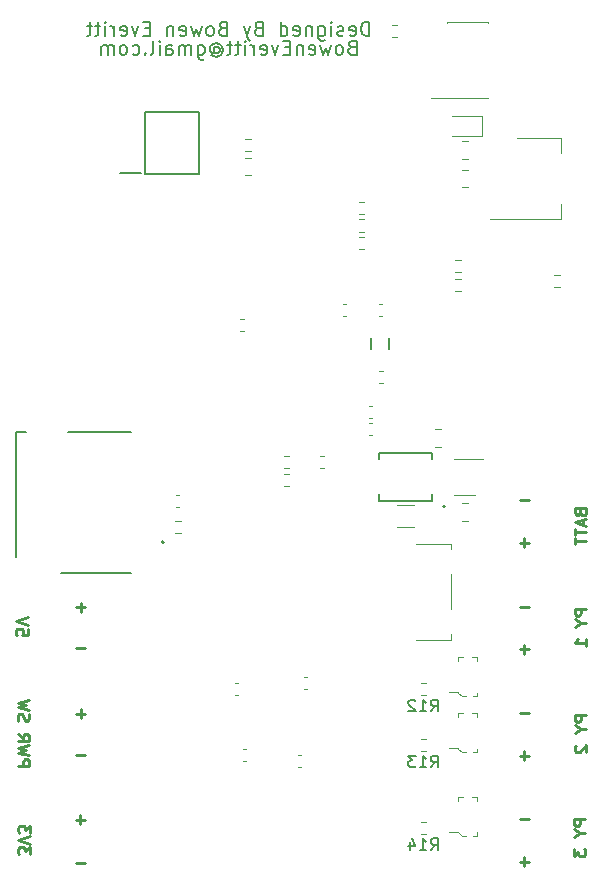
<source format=gbr>
G04 #@! TF.GenerationSoftware,KiCad,Pcbnew,(5.1.9)-1*
G04 #@! TF.CreationDate,2021-01-07T21:38:48-08:00*
G04 #@! TF.ProjectId,Hermes,4865726d-6573-42e6-9b69-6361645f7063,rev?*
G04 #@! TF.SameCoordinates,Original*
G04 #@! TF.FileFunction,Legend,Bot*
G04 #@! TF.FilePolarity,Positive*
%FSLAX46Y46*%
G04 Gerber Fmt 4.6, Leading zero omitted, Abs format (unit mm)*
G04 Created by KiCad (PCBNEW (5.1.9)-1) date 2021-01-07 21:38:48*
%MOMM*%
%LPD*%
G01*
G04 APERTURE LIST*
%ADD10C,0.250000*%
%ADD11C,0.150000*%
%ADD12C,0.120000*%
%ADD13C,0.200000*%
%ADD14C,0.127000*%
%ADD15C,0.100000*%
G04 APERTURE END LIST*
D10*
X68977380Y-88252380D02*
X67977380Y-88252380D01*
X67977380Y-88633333D01*
X68025000Y-88728571D01*
X68072619Y-88776190D01*
X68167857Y-88823809D01*
X68310714Y-88823809D01*
X68405952Y-88776190D01*
X68453571Y-88728571D01*
X68501190Y-88633333D01*
X68501190Y-88252380D01*
X68501190Y-89442857D02*
X68977380Y-89442857D01*
X67977380Y-89109523D02*
X68501190Y-89442857D01*
X67977380Y-89776190D01*
X67977380Y-90776190D02*
X67977380Y-91395238D01*
X68358333Y-91061904D01*
X68358333Y-91204761D01*
X68405952Y-91300000D01*
X68453571Y-91347619D01*
X68548809Y-91395238D01*
X68786904Y-91395238D01*
X68882142Y-91347619D01*
X68929761Y-91300000D01*
X68977380Y-91204761D01*
X68977380Y-90919047D01*
X68929761Y-90823809D01*
X68882142Y-90776190D01*
X69052380Y-79452380D02*
X68052380Y-79452380D01*
X68052380Y-79833333D01*
X68100000Y-79928571D01*
X68147619Y-79976190D01*
X68242857Y-80023809D01*
X68385714Y-80023809D01*
X68480952Y-79976190D01*
X68528571Y-79928571D01*
X68576190Y-79833333D01*
X68576190Y-79452380D01*
X68576190Y-80642857D02*
X69052380Y-80642857D01*
X68052380Y-80309523D02*
X68576190Y-80642857D01*
X68052380Y-80976190D01*
X68147619Y-82023809D02*
X68100000Y-82071428D01*
X68052380Y-82166666D01*
X68052380Y-82404761D01*
X68100000Y-82500000D01*
X68147619Y-82547619D01*
X68242857Y-82595238D01*
X68338095Y-82595238D01*
X68480952Y-82547619D01*
X69052380Y-81976190D01*
X69052380Y-82595238D01*
X69052380Y-70452380D02*
X68052380Y-70452380D01*
X68052380Y-70833333D01*
X68100000Y-70928571D01*
X68147619Y-70976190D01*
X68242857Y-71023809D01*
X68385714Y-71023809D01*
X68480952Y-70976190D01*
X68528571Y-70928571D01*
X68576190Y-70833333D01*
X68576190Y-70452380D01*
X68576190Y-71642857D02*
X69052380Y-71642857D01*
X68052380Y-71309523D02*
X68576190Y-71642857D01*
X68052380Y-71976190D01*
X69052380Y-73595238D02*
X69052380Y-73023809D01*
X69052380Y-73309523D02*
X68052380Y-73309523D01*
X68195238Y-73214285D01*
X68290476Y-73119047D01*
X68338095Y-73023809D01*
X64180952Y-88271428D02*
X63419047Y-88271428D01*
X64180952Y-91871428D02*
X63419047Y-91871428D01*
X63800000Y-92252380D02*
X63800000Y-91490476D01*
X64180952Y-79271428D02*
X63419047Y-79271428D01*
X64180952Y-82871428D02*
X63419047Y-82871428D01*
X63800000Y-83252380D02*
X63800000Y-82490476D01*
X64180952Y-70271428D02*
X63419047Y-70271428D01*
X64180952Y-73871428D02*
X63419047Y-73871428D01*
X63800000Y-74252380D02*
X63800000Y-73490476D01*
X64180952Y-61271428D02*
X63419047Y-61271428D01*
X68528571Y-62280952D02*
X68576190Y-62423809D01*
X68623809Y-62471428D01*
X68719047Y-62519047D01*
X68861904Y-62519047D01*
X68957142Y-62471428D01*
X69004761Y-62423809D01*
X69052380Y-62328571D01*
X69052380Y-61947619D01*
X68052380Y-61947619D01*
X68052380Y-62280952D01*
X68100000Y-62376190D01*
X68147619Y-62423809D01*
X68242857Y-62471428D01*
X68338095Y-62471428D01*
X68433333Y-62423809D01*
X68480952Y-62376190D01*
X68528571Y-62280952D01*
X68528571Y-61947619D01*
X68766666Y-62900000D02*
X68766666Y-63376190D01*
X69052380Y-62804761D02*
X68052380Y-63138095D01*
X69052380Y-63471428D01*
X68052380Y-63661904D02*
X68052380Y-64233333D01*
X69052380Y-63947619D02*
X68052380Y-63947619D01*
X68052380Y-64423809D02*
X68052380Y-64995238D01*
X69052380Y-64709523D02*
X68052380Y-64709523D01*
X64180952Y-64871428D02*
X63419047Y-64871428D01*
X63800000Y-65252380D02*
X63800000Y-64490476D01*
X21747619Y-72171428D02*
X21747619Y-72647619D01*
X21271428Y-72695238D01*
X21319047Y-72647619D01*
X21366666Y-72552380D01*
X21366666Y-72314285D01*
X21319047Y-72219047D01*
X21271428Y-72171428D01*
X21176190Y-72123809D01*
X20938095Y-72123809D01*
X20842857Y-72171428D01*
X20795238Y-72219047D01*
X20747619Y-72314285D01*
X20747619Y-72552380D01*
X20795238Y-72647619D01*
X20842857Y-72695238D01*
X21747619Y-71838095D02*
X20747619Y-71504761D01*
X21747619Y-71171428D01*
X20897619Y-83761904D02*
X21897619Y-83761904D01*
X21897619Y-83380952D01*
X21850000Y-83285714D01*
X21802380Y-83238095D01*
X21707142Y-83190476D01*
X21564285Y-83190476D01*
X21469047Y-83238095D01*
X21421428Y-83285714D01*
X21373809Y-83380952D01*
X21373809Y-83761904D01*
X21897619Y-82857142D02*
X20897619Y-82619047D01*
X21611904Y-82428571D01*
X20897619Y-82238095D01*
X21897619Y-82000000D01*
X20897619Y-81047619D02*
X21373809Y-81380952D01*
X20897619Y-81619047D02*
X21897619Y-81619047D01*
X21897619Y-81238095D01*
X21850000Y-81142857D01*
X21802380Y-81095238D01*
X21707142Y-81047619D01*
X21564285Y-81047619D01*
X21469047Y-81095238D01*
X21421428Y-81142857D01*
X21373809Y-81238095D01*
X21373809Y-81619047D01*
X20945238Y-79904761D02*
X20897619Y-79761904D01*
X20897619Y-79523809D01*
X20945238Y-79428571D01*
X20992857Y-79380952D01*
X21088095Y-79333333D01*
X21183333Y-79333333D01*
X21278571Y-79380952D01*
X21326190Y-79428571D01*
X21373809Y-79523809D01*
X21421428Y-79714285D01*
X21469047Y-79809523D01*
X21516666Y-79857142D01*
X21611904Y-79904761D01*
X21707142Y-79904761D01*
X21802380Y-79857142D01*
X21850000Y-79809523D01*
X21897619Y-79714285D01*
X21897619Y-79476190D01*
X21850000Y-79333333D01*
X21897619Y-79000000D02*
X20897619Y-78761904D01*
X21611904Y-78571428D01*
X20897619Y-78380952D01*
X21897619Y-78142857D01*
X26580952Y-88321428D02*
X25819047Y-88321428D01*
X26200000Y-88702380D02*
X26200000Y-87940476D01*
X25819047Y-91952380D02*
X26580952Y-91952380D01*
X21947619Y-91238095D02*
X21947619Y-90619047D01*
X21566666Y-90952380D01*
X21566666Y-90809523D01*
X21519047Y-90714285D01*
X21471428Y-90666666D01*
X21376190Y-90619047D01*
X21138095Y-90619047D01*
X21042857Y-90666666D01*
X20995238Y-90714285D01*
X20947619Y-90809523D01*
X20947619Y-91095238D01*
X20995238Y-91190476D01*
X21042857Y-91238095D01*
X21947619Y-90333333D02*
X20947619Y-90000000D01*
X21947619Y-89666666D01*
X21947619Y-89428571D02*
X21947619Y-88809523D01*
X21566666Y-89142857D01*
X21566666Y-89000000D01*
X21519047Y-88904761D01*
X21471428Y-88857142D01*
X21376190Y-88809523D01*
X21138095Y-88809523D01*
X21042857Y-88857142D01*
X20995238Y-88904761D01*
X20947619Y-89000000D01*
X20947619Y-89285714D01*
X20995238Y-89380952D01*
X21042857Y-89428571D01*
X25869047Y-82852380D02*
X26630952Y-82852380D01*
X26630952Y-79321428D02*
X25869047Y-79321428D01*
X26250000Y-79702380D02*
X26250000Y-78940476D01*
X26630952Y-73797619D02*
X25869047Y-73797619D01*
X26630952Y-70321428D02*
X25869047Y-70321428D01*
X26250000Y-70702380D02*
X26250000Y-69940476D01*
D11*
X49200000Y-22914285D02*
X49028571Y-22971428D01*
X48971428Y-23028571D01*
X48914285Y-23142857D01*
X48914285Y-23314285D01*
X48971428Y-23428571D01*
X49028571Y-23485714D01*
X49142857Y-23542857D01*
X49600000Y-23542857D01*
X49600000Y-22342857D01*
X49200000Y-22342857D01*
X49085714Y-22400000D01*
X49028571Y-22457142D01*
X48971428Y-22571428D01*
X48971428Y-22685714D01*
X49028571Y-22800000D01*
X49085714Y-22857142D01*
X49200000Y-22914285D01*
X49600000Y-22914285D01*
X48228571Y-23542857D02*
X48342857Y-23485714D01*
X48400000Y-23428571D01*
X48457142Y-23314285D01*
X48457142Y-22971428D01*
X48400000Y-22857142D01*
X48342857Y-22800000D01*
X48228571Y-22742857D01*
X48057142Y-22742857D01*
X47942857Y-22800000D01*
X47885714Y-22857142D01*
X47828571Y-22971428D01*
X47828571Y-23314285D01*
X47885714Y-23428571D01*
X47942857Y-23485714D01*
X48057142Y-23542857D01*
X48228571Y-23542857D01*
X47428571Y-22742857D02*
X47200000Y-23542857D01*
X46971428Y-22971428D01*
X46742857Y-23542857D01*
X46514285Y-22742857D01*
X45600000Y-23485714D02*
X45714285Y-23542857D01*
X45942857Y-23542857D01*
X46057142Y-23485714D01*
X46114285Y-23371428D01*
X46114285Y-22914285D01*
X46057142Y-22800000D01*
X45942857Y-22742857D01*
X45714285Y-22742857D01*
X45600000Y-22800000D01*
X45542857Y-22914285D01*
X45542857Y-23028571D01*
X46114285Y-23142857D01*
X45028571Y-22742857D02*
X45028571Y-23542857D01*
X45028571Y-22857142D02*
X44971428Y-22800000D01*
X44857142Y-22742857D01*
X44685714Y-22742857D01*
X44571428Y-22800000D01*
X44514285Y-22914285D01*
X44514285Y-23542857D01*
X43942857Y-22914285D02*
X43542857Y-22914285D01*
X43371428Y-23542857D02*
X43942857Y-23542857D01*
X43942857Y-22342857D01*
X43371428Y-22342857D01*
X42971428Y-22742857D02*
X42685714Y-23542857D01*
X42400000Y-22742857D01*
X41485714Y-23485714D02*
X41600000Y-23542857D01*
X41828571Y-23542857D01*
X41942857Y-23485714D01*
X42000000Y-23371428D01*
X42000000Y-22914285D01*
X41942857Y-22800000D01*
X41828571Y-22742857D01*
X41600000Y-22742857D01*
X41485714Y-22800000D01*
X41428571Y-22914285D01*
X41428571Y-23028571D01*
X42000000Y-23142857D01*
X40914285Y-23542857D02*
X40914285Y-22742857D01*
X40914285Y-22971428D02*
X40857142Y-22857142D01*
X40800000Y-22800000D01*
X40685714Y-22742857D01*
X40571428Y-22742857D01*
X40171428Y-23542857D02*
X40171428Y-22742857D01*
X40171428Y-22342857D02*
X40228571Y-22400000D01*
X40171428Y-22457142D01*
X40114285Y-22400000D01*
X40171428Y-22342857D01*
X40171428Y-22457142D01*
X39771428Y-22742857D02*
X39314285Y-22742857D01*
X39600000Y-22342857D02*
X39600000Y-23371428D01*
X39542857Y-23485714D01*
X39428571Y-23542857D01*
X39314285Y-23542857D01*
X39085714Y-22742857D02*
X38628571Y-22742857D01*
X38914285Y-22342857D02*
X38914285Y-23371428D01*
X38857142Y-23485714D01*
X38742857Y-23542857D01*
X38628571Y-23542857D01*
X37485714Y-22971428D02*
X37542857Y-22914285D01*
X37657142Y-22857142D01*
X37771428Y-22857142D01*
X37885714Y-22914285D01*
X37942857Y-22971428D01*
X38000000Y-23085714D01*
X38000000Y-23200000D01*
X37942857Y-23314285D01*
X37885714Y-23371428D01*
X37771428Y-23428571D01*
X37657142Y-23428571D01*
X37542857Y-23371428D01*
X37485714Y-23314285D01*
X37485714Y-22857142D02*
X37485714Y-23314285D01*
X37428571Y-23371428D01*
X37371428Y-23371428D01*
X37257142Y-23314285D01*
X37200000Y-23200000D01*
X37200000Y-22914285D01*
X37314285Y-22742857D01*
X37485714Y-22628571D01*
X37714285Y-22571428D01*
X37942857Y-22628571D01*
X38114285Y-22742857D01*
X38228571Y-22914285D01*
X38285714Y-23142857D01*
X38228571Y-23371428D01*
X38114285Y-23542857D01*
X37942857Y-23657142D01*
X37714285Y-23714285D01*
X37485714Y-23657142D01*
X37314285Y-23542857D01*
X36171428Y-22742857D02*
X36171428Y-23714285D01*
X36228571Y-23828571D01*
X36285714Y-23885714D01*
X36400000Y-23942857D01*
X36571428Y-23942857D01*
X36685714Y-23885714D01*
X36171428Y-23485714D02*
X36285714Y-23542857D01*
X36514285Y-23542857D01*
X36628571Y-23485714D01*
X36685714Y-23428571D01*
X36742857Y-23314285D01*
X36742857Y-22971428D01*
X36685714Y-22857142D01*
X36628571Y-22800000D01*
X36514285Y-22742857D01*
X36285714Y-22742857D01*
X36171428Y-22800000D01*
X35600000Y-23542857D02*
X35600000Y-22742857D01*
X35600000Y-22857142D02*
X35542857Y-22800000D01*
X35428571Y-22742857D01*
X35257142Y-22742857D01*
X35142857Y-22800000D01*
X35085714Y-22914285D01*
X35085714Y-23542857D01*
X35085714Y-22914285D02*
X35028571Y-22800000D01*
X34914285Y-22742857D01*
X34742857Y-22742857D01*
X34628571Y-22800000D01*
X34571428Y-22914285D01*
X34571428Y-23542857D01*
X33485714Y-23542857D02*
X33485714Y-22914285D01*
X33542857Y-22800000D01*
X33657142Y-22742857D01*
X33885714Y-22742857D01*
X34000000Y-22800000D01*
X33485714Y-23485714D02*
X33600000Y-23542857D01*
X33885714Y-23542857D01*
X34000000Y-23485714D01*
X34057142Y-23371428D01*
X34057142Y-23257142D01*
X34000000Y-23142857D01*
X33885714Y-23085714D01*
X33600000Y-23085714D01*
X33485714Y-23028571D01*
X32914285Y-23542857D02*
X32914285Y-22742857D01*
X32914285Y-22342857D02*
X32971428Y-22400000D01*
X32914285Y-22457142D01*
X32857142Y-22400000D01*
X32914285Y-22342857D01*
X32914285Y-22457142D01*
X32171428Y-23542857D02*
X32285714Y-23485714D01*
X32342857Y-23371428D01*
X32342857Y-22342857D01*
X31714285Y-23428571D02*
X31657142Y-23485714D01*
X31714285Y-23542857D01*
X31771428Y-23485714D01*
X31714285Y-23428571D01*
X31714285Y-23542857D01*
X30628571Y-23485714D02*
X30742857Y-23542857D01*
X30971428Y-23542857D01*
X31085714Y-23485714D01*
X31142857Y-23428571D01*
X31200000Y-23314285D01*
X31200000Y-22971428D01*
X31142857Y-22857142D01*
X31085714Y-22800000D01*
X30971428Y-22742857D01*
X30742857Y-22742857D01*
X30628571Y-22800000D01*
X29942857Y-23542857D02*
X30057142Y-23485714D01*
X30114285Y-23428571D01*
X30171428Y-23314285D01*
X30171428Y-22971428D01*
X30114285Y-22857142D01*
X30057142Y-22800000D01*
X29942857Y-22742857D01*
X29771428Y-22742857D01*
X29657142Y-22800000D01*
X29600000Y-22857142D01*
X29542857Y-22971428D01*
X29542857Y-23314285D01*
X29600000Y-23428571D01*
X29657142Y-23485714D01*
X29771428Y-23542857D01*
X29942857Y-23542857D01*
X29028571Y-23542857D02*
X29028571Y-22742857D01*
X29028571Y-22857142D02*
X28971428Y-22800000D01*
X28857142Y-22742857D01*
X28685714Y-22742857D01*
X28571428Y-22800000D01*
X28514285Y-22914285D01*
X28514285Y-23542857D01*
X28514285Y-22914285D02*
X28457142Y-22800000D01*
X28342857Y-22742857D01*
X28171428Y-22742857D01*
X28057142Y-22800000D01*
X28000000Y-22914285D01*
X28000000Y-23542857D01*
X50657142Y-21942857D02*
X50657142Y-20742857D01*
X50371428Y-20742857D01*
X50200000Y-20800000D01*
X50085714Y-20914285D01*
X50028571Y-21028571D01*
X49971428Y-21257142D01*
X49971428Y-21428571D01*
X50028571Y-21657142D01*
X50085714Y-21771428D01*
X50200000Y-21885714D01*
X50371428Y-21942857D01*
X50657142Y-21942857D01*
X49000000Y-21885714D02*
X49114285Y-21942857D01*
X49342857Y-21942857D01*
X49457142Y-21885714D01*
X49514285Y-21771428D01*
X49514285Y-21314285D01*
X49457142Y-21200000D01*
X49342857Y-21142857D01*
X49114285Y-21142857D01*
X49000000Y-21200000D01*
X48942857Y-21314285D01*
X48942857Y-21428571D01*
X49514285Y-21542857D01*
X48485714Y-21885714D02*
X48371428Y-21942857D01*
X48142857Y-21942857D01*
X48028571Y-21885714D01*
X47971428Y-21771428D01*
X47971428Y-21714285D01*
X48028571Y-21600000D01*
X48142857Y-21542857D01*
X48314285Y-21542857D01*
X48428571Y-21485714D01*
X48485714Y-21371428D01*
X48485714Y-21314285D01*
X48428571Y-21200000D01*
X48314285Y-21142857D01*
X48142857Y-21142857D01*
X48028571Y-21200000D01*
X47457142Y-21942857D02*
X47457142Y-21142857D01*
X47457142Y-20742857D02*
X47514285Y-20800000D01*
X47457142Y-20857142D01*
X47400000Y-20800000D01*
X47457142Y-20742857D01*
X47457142Y-20857142D01*
X46371428Y-21142857D02*
X46371428Y-22114285D01*
X46428571Y-22228571D01*
X46485714Y-22285714D01*
X46600000Y-22342857D01*
X46771428Y-22342857D01*
X46885714Y-22285714D01*
X46371428Y-21885714D02*
X46485714Y-21942857D01*
X46714285Y-21942857D01*
X46828571Y-21885714D01*
X46885714Y-21828571D01*
X46942857Y-21714285D01*
X46942857Y-21371428D01*
X46885714Y-21257142D01*
X46828571Y-21200000D01*
X46714285Y-21142857D01*
X46485714Y-21142857D01*
X46371428Y-21200000D01*
X45800000Y-21142857D02*
X45800000Y-21942857D01*
X45800000Y-21257142D02*
X45742857Y-21200000D01*
X45628571Y-21142857D01*
X45457142Y-21142857D01*
X45342857Y-21200000D01*
X45285714Y-21314285D01*
X45285714Y-21942857D01*
X44257142Y-21885714D02*
X44371428Y-21942857D01*
X44600000Y-21942857D01*
X44714285Y-21885714D01*
X44771428Y-21771428D01*
X44771428Y-21314285D01*
X44714285Y-21200000D01*
X44600000Y-21142857D01*
X44371428Y-21142857D01*
X44257142Y-21200000D01*
X44200000Y-21314285D01*
X44200000Y-21428571D01*
X44771428Y-21542857D01*
X43171428Y-21942857D02*
X43171428Y-20742857D01*
X43171428Y-21885714D02*
X43285714Y-21942857D01*
X43514285Y-21942857D01*
X43628571Y-21885714D01*
X43685714Y-21828571D01*
X43742857Y-21714285D01*
X43742857Y-21371428D01*
X43685714Y-21257142D01*
X43628571Y-21200000D01*
X43514285Y-21142857D01*
X43285714Y-21142857D01*
X43171428Y-21200000D01*
X41285714Y-21314285D02*
X41114285Y-21371428D01*
X41057142Y-21428571D01*
X41000000Y-21542857D01*
X41000000Y-21714285D01*
X41057142Y-21828571D01*
X41114285Y-21885714D01*
X41228571Y-21942857D01*
X41685714Y-21942857D01*
X41685714Y-20742857D01*
X41285714Y-20742857D01*
X41171428Y-20800000D01*
X41114285Y-20857142D01*
X41057142Y-20971428D01*
X41057142Y-21085714D01*
X41114285Y-21200000D01*
X41171428Y-21257142D01*
X41285714Y-21314285D01*
X41685714Y-21314285D01*
X40600000Y-21142857D02*
X40314285Y-21942857D01*
X40028571Y-21142857D02*
X40314285Y-21942857D01*
X40428571Y-22228571D01*
X40485714Y-22285714D01*
X40600000Y-22342857D01*
X38257142Y-21314285D02*
X38085714Y-21371428D01*
X38028571Y-21428571D01*
X37971428Y-21542857D01*
X37971428Y-21714285D01*
X38028571Y-21828571D01*
X38085714Y-21885714D01*
X38200000Y-21942857D01*
X38657142Y-21942857D01*
X38657142Y-20742857D01*
X38257142Y-20742857D01*
X38142857Y-20800000D01*
X38085714Y-20857142D01*
X38028571Y-20971428D01*
X38028571Y-21085714D01*
X38085714Y-21200000D01*
X38142857Y-21257142D01*
X38257142Y-21314285D01*
X38657142Y-21314285D01*
X37285714Y-21942857D02*
X37400000Y-21885714D01*
X37457142Y-21828571D01*
X37514285Y-21714285D01*
X37514285Y-21371428D01*
X37457142Y-21257142D01*
X37400000Y-21200000D01*
X37285714Y-21142857D01*
X37114285Y-21142857D01*
X37000000Y-21200000D01*
X36942857Y-21257142D01*
X36885714Y-21371428D01*
X36885714Y-21714285D01*
X36942857Y-21828571D01*
X37000000Y-21885714D01*
X37114285Y-21942857D01*
X37285714Y-21942857D01*
X36485714Y-21142857D02*
X36257142Y-21942857D01*
X36028571Y-21371428D01*
X35800000Y-21942857D01*
X35571428Y-21142857D01*
X34657142Y-21885714D02*
X34771428Y-21942857D01*
X35000000Y-21942857D01*
X35114285Y-21885714D01*
X35171428Y-21771428D01*
X35171428Y-21314285D01*
X35114285Y-21200000D01*
X35000000Y-21142857D01*
X34771428Y-21142857D01*
X34657142Y-21200000D01*
X34600000Y-21314285D01*
X34600000Y-21428571D01*
X35171428Y-21542857D01*
X34085714Y-21142857D02*
X34085714Y-21942857D01*
X34085714Y-21257142D02*
X34028571Y-21200000D01*
X33914285Y-21142857D01*
X33742857Y-21142857D01*
X33628571Y-21200000D01*
X33571428Y-21314285D01*
X33571428Y-21942857D01*
X32085714Y-21314285D02*
X31685714Y-21314285D01*
X31514285Y-21942857D02*
X32085714Y-21942857D01*
X32085714Y-20742857D01*
X31514285Y-20742857D01*
X31114285Y-21142857D02*
X30828571Y-21942857D01*
X30542857Y-21142857D01*
X29628571Y-21885714D02*
X29742857Y-21942857D01*
X29971428Y-21942857D01*
X30085714Y-21885714D01*
X30142857Y-21771428D01*
X30142857Y-21314285D01*
X30085714Y-21200000D01*
X29971428Y-21142857D01*
X29742857Y-21142857D01*
X29628571Y-21200000D01*
X29571428Y-21314285D01*
X29571428Y-21428571D01*
X30142857Y-21542857D01*
X29057142Y-21942857D02*
X29057142Y-21142857D01*
X29057142Y-21371428D02*
X29000000Y-21257142D01*
X28942857Y-21200000D01*
X28828571Y-21142857D01*
X28714285Y-21142857D01*
X28314285Y-21942857D02*
X28314285Y-21142857D01*
X28314285Y-20742857D02*
X28371428Y-20800000D01*
X28314285Y-20857142D01*
X28257142Y-20800000D01*
X28314285Y-20742857D01*
X28314285Y-20857142D01*
X27914285Y-21142857D02*
X27457142Y-21142857D01*
X27742857Y-20742857D02*
X27742857Y-21771428D01*
X27685714Y-21885714D01*
X27571428Y-21942857D01*
X27457142Y-21942857D01*
X27228571Y-21142857D02*
X26771428Y-21142857D01*
X27057142Y-20742857D02*
X27057142Y-21771428D01*
X27000000Y-21885714D01*
X26885714Y-21942857D01*
X26771428Y-21942857D01*
D12*
G04 #@! TO.C,R11*
X34237742Y-62977500D02*
X34712258Y-62977500D01*
X34237742Y-64022500D02*
X34712258Y-64022500D01*
G04 #@! TO.C,C5*
X39759420Y-45890000D02*
X40040580Y-45890000D01*
X39759420Y-46910000D02*
X40040580Y-46910000D01*
G04 #@! TO.C,R14*
X55012742Y-88477500D02*
X55487258Y-88477500D01*
X55012742Y-89522500D02*
X55487258Y-89522500D01*
G04 #@! TO.C,R13*
X55012742Y-81477500D02*
X55487258Y-81477500D01*
X55012742Y-82522500D02*
X55487258Y-82522500D01*
G04 #@! TO.C,R12*
X55012742Y-76727500D02*
X55487258Y-76727500D01*
X55012742Y-77772500D02*
X55487258Y-77772500D01*
D13*
G04 #@! TO.C,J14*
X33300000Y-64800000D02*
G75*
G03*
X33300000Y-64800000I-100000J0D01*
G01*
D14*
X20725000Y-55450000D02*
X20725000Y-66100000D01*
X24550000Y-67400000D02*
X30500000Y-67400000D01*
X25200000Y-55450000D02*
X30500000Y-55450000D01*
X20725000Y-55450000D02*
X21650000Y-55450000D01*
D13*
G04 #@! TO.C,L1*
X57100000Y-61790000D02*
G75*
G03*
X57100000Y-61790000I-100000J0D01*
G01*
D14*
X55975000Y-57780000D02*
X55975000Y-57220000D01*
X55975000Y-61280000D02*
X55975000Y-60720000D01*
X51525000Y-61280000D02*
X55975000Y-61280000D01*
X51525000Y-60720000D02*
X51525000Y-61280000D01*
X51525000Y-57220000D02*
X51525000Y-57780000D01*
X55975000Y-57220000D02*
X51525000Y-57220000D01*
D12*
G04 #@! TO.C,C9*
X50609420Y-53240000D02*
X50890580Y-53240000D01*
X50609420Y-54260000D02*
X50890580Y-54260000D01*
D14*
G04 #@! TO.C,Y1*
X52350000Y-47560000D02*
X52350000Y-48440000D01*
X50850000Y-47560000D02*
X50850000Y-48440000D01*
D12*
G04 #@! TO.C,U1*
X60900000Y-37410000D02*
X66910000Y-37410000D01*
X63150000Y-30590000D02*
X66910000Y-30590000D01*
X66910000Y-37410000D02*
X66910000Y-36150000D01*
X66910000Y-30590000D02*
X66910000Y-31850000D01*
G04 #@! TO.C,R15*
X40162742Y-30677500D02*
X40637258Y-30677500D01*
X40162742Y-31722500D02*
X40637258Y-31722500D01*
D15*
G04 #@! TO.C,R10*
X57620000Y-65400000D02*
X57620000Y-64935000D01*
X57620000Y-64935000D02*
X54600000Y-64935000D01*
X57620000Y-67500000D02*
X57620000Y-70500000D01*
X57620000Y-72600000D02*
X57600000Y-73065000D01*
X57600000Y-73065000D02*
X54600000Y-73065000D01*
D12*
G04 #@! TO.C,R9*
X49762742Y-35977500D02*
X50237258Y-35977500D01*
X49762742Y-37022500D02*
X50237258Y-37022500D01*
G04 #@! TO.C,R8*
X49762742Y-38977500D02*
X50237258Y-38977500D01*
X49762742Y-40022500D02*
X50237258Y-40022500D01*
G04 #@! TO.C,R7*
X43412742Y-57477500D02*
X43887258Y-57477500D01*
X43412742Y-58522500D02*
X43887258Y-58522500D01*
G04 #@! TO.C,R6*
X49762742Y-37477500D02*
X50237258Y-37477500D01*
X49762742Y-38522500D02*
X50237258Y-38522500D01*
G04 #@! TO.C,R5*
X43412742Y-59027500D02*
X43887258Y-59027500D01*
X43412742Y-60072500D02*
X43887258Y-60072500D01*
G04 #@! TO.C,R4*
X57922742Y-40877500D02*
X58397258Y-40877500D01*
X57922742Y-41922500D02*
X58397258Y-41922500D01*
G04 #@! TO.C,R3*
X57922742Y-42482500D02*
X58397258Y-42482500D01*
X57922742Y-43527500D02*
X58397258Y-43527500D01*
G04 #@! TO.C,R2*
X53037258Y-22022500D02*
X52562742Y-22022500D01*
X53037258Y-20977500D02*
X52562742Y-20977500D01*
G04 #@! TO.C,R1*
X66787258Y-43222500D02*
X66312742Y-43222500D01*
X66787258Y-42177500D02*
X66312742Y-42177500D01*
D15*
G04 #@! TO.C,Q3*
X59825000Y-89650000D02*
X59825000Y-89350000D01*
X59450000Y-89650000D02*
X59825000Y-89650000D01*
X59825000Y-86350000D02*
X59375000Y-86350000D01*
X59825000Y-86650000D02*
X59825000Y-86350000D01*
X59825000Y-86575000D02*
X59825000Y-86700000D01*
X58175000Y-86350000D02*
X58175000Y-86700000D01*
X58650000Y-86350000D02*
X58175000Y-86350000D01*
X58175000Y-89325000D02*
X57400000Y-89325000D01*
X58175000Y-89375000D02*
X58175000Y-89325000D01*
X58550000Y-89650000D02*
X58175000Y-89375000D01*
X58825000Y-89650000D02*
X58550000Y-89650000D01*
G04 #@! TO.C,Q2*
X59825000Y-82600000D02*
X59825000Y-82300000D01*
X59450000Y-82600000D02*
X59825000Y-82600000D01*
X59825000Y-79300000D02*
X59375000Y-79300000D01*
X59825000Y-79600000D02*
X59825000Y-79300000D01*
X59825000Y-79525000D02*
X59825000Y-79650000D01*
X58175000Y-79300000D02*
X58175000Y-79650000D01*
X58650000Y-79300000D02*
X58175000Y-79300000D01*
X58175000Y-82275000D02*
X57400000Y-82275000D01*
X58175000Y-82325000D02*
X58175000Y-82275000D01*
X58550000Y-82600000D02*
X58175000Y-82325000D01*
X58825000Y-82600000D02*
X58550000Y-82600000D01*
G04 #@! TO.C,Q1*
X59825000Y-77850000D02*
X59825000Y-77550000D01*
X59450000Y-77850000D02*
X59825000Y-77850000D01*
X59825000Y-74550000D02*
X59375000Y-74550000D01*
X59825000Y-74850000D02*
X59825000Y-74550000D01*
X59825000Y-74775000D02*
X59825000Y-74900000D01*
X58175000Y-74550000D02*
X58175000Y-74900000D01*
X58650000Y-74550000D02*
X58175000Y-74550000D01*
X58175000Y-77525000D02*
X57400000Y-77525000D01*
X58175000Y-77575000D02*
X58175000Y-77525000D01*
X58550000Y-77850000D02*
X58175000Y-77575000D01*
X58825000Y-77850000D02*
X58550000Y-77850000D01*
D12*
G04 #@! TO.C,J10*
X60765000Y-20830000D02*
X60765000Y-20765000D01*
X57235000Y-20830000D02*
X57235000Y-20765000D01*
X60765000Y-27235000D02*
X60765000Y-27170000D01*
X57235000Y-27235000D02*
X57235000Y-27170000D01*
X55910000Y-27170000D02*
X57235000Y-27170000D01*
X57235000Y-20765000D02*
X60765000Y-20765000D01*
X57235000Y-27235000D02*
X60765000Y-27235000D01*
D13*
G04 #@! TO.C,IC3*
X31710000Y-33640000D02*
X36290000Y-33640000D01*
X36290000Y-33640000D02*
X36290000Y-28360000D01*
X36290000Y-28360000D02*
X31710000Y-28360000D01*
X31710000Y-28360000D02*
X31710000Y-33640000D01*
X29575000Y-33580000D02*
X31360000Y-33580000D01*
D12*
G04 #@! TO.C,IC2*
X57870000Y-57740000D02*
X60300000Y-57740000D01*
X59630000Y-60810000D02*
X57870000Y-60810000D01*
G04 #@! TO.C,D2*
X60200000Y-28750000D02*
X57650000Y-28750000D01*
X60200000Y-30450000D02*
X57650000Y-30450000D01*
X60200000Y-28750000D02*
X60200000Y-30450000D01*
G04 #@! TO.C,C19*
X40138748Y-32265000D02*
X40661252Y-32265000D01*
X40138748Y-33735000D02*
X40661252Y-33735000D01*
G04 #@! TO.C,C18*
X34319420Y-60790000D02*
X34600580Y-60790000D01*
X34319420Y-61810000D02*
X34600580Y-61810000D01*
G04 #@! TO.C,C17*
X39309420Y-76690000D02*
X39590580Y-76690000D01*
X39309420Y-77710000D02*
X39590580Y-77710000D01*
G04 #@! TO.C,C16*
X39959420Y-82290000D02*
X40240580Y-82290000D01*
X39959420Y-83310000D02*
X40240580Y-83310000D01*
G04 #@! TO.C,C15*
X44634420Y-82790000D02*
X44915580Y-82790000D01*
X44634420Y-83810000D02*
X44915580Y-83810000D01*
G04 #@! TO.C,C14*
X45134420Y-76190000D02*
X45415580Y-76190000D01*
X45134420Y-77210000D02*
X45415580Y-77210000D01*
G04 #@! TO.C,C13*
X59061252Y-34735000D02*
X58538748Y-34735000D01*
X59061252Y-33265000D02*
X58538748Y-33265000D01*
G04 #@! TO.C,C12*
X59061252Y-32335000D02*
X58538748Y-32335000D01*
X59061252Y-30865000D02*
X58538748Y-30865000D01*
G04 #@! TO.C,C11*
X46815580Y-58510000D02*
X46534420Y-58510000D01*
X46815580Y-57490000D02*
X46534420Y-57490000D01*
G04 #@! TO.C,C10*
X50609420Y-54740000D02*
X50890580Y-54740000D01*
X50609420Y-55760000D02*
X50890580Y-55760000D01*
G04 #@! TO.C,C8*
X58488748Y-61515000D02*
X59011252Y-61515000D01*
X58488748Y-62985000D02*
X59011252Y-62985000D01*
G04 #@! TO.C,C7*
X54436252Y-63510000D02*
X53013748Y-63510000D01*
X54436252Y-61690000D02*
X53013748Y-61690000D01*
G04 #@! TO.C,C6*
X56238748Y-55265000D02*
X56761252Y-55265000D01*
X56238748Y-56735000D02*
X56761252Y-56735000D01*
G04 #@! TO.C,C4*
X51815580Y-51360000D02*
X51534420Y-51360000D01*
X51815580Y-50340000D02*
X51534420Y-50340000D01*
G04 #@! TO.C,C3*
X51509420Y-44640000D02*
X51790580Y-44640000D01*
X51509420Y-45660000D02*
X51790580Y-45660000D01*
G04 #@! TO.C,C2*
X48459420Y-44640000D02*
X48740580Y-44640000D01*
X48459420Y-45660000D02*
X48740580Y-45660000D01*
G04 #@! TO.C,R14*
D11*
X55892857Y-90882380D02*
X56226190Y-90406190D01*
X56464285Y-90882380D02*
X56464285Y-89882380D01*
X56083333Y-89882380D01*
X55988095Y-89930000D01*
X55940476Y-89977619D01*
X55892857Y-90072857D01*
X55892857Y-90215714D01*
X55940476Y-90310952D01*
X55988095Y-90358571D01*
X56083333Y-90406190D01*
X56464285Y-90406190D01*
X54940476Y-90882380D02*
X55511904Y-90882380D01*
X55226190Y-90882380D02*
X55226190Y-89882380D01*
X55321428Y-90025238D01*
X55416666Y-90120476D01*
X55511904Y-90168095D01*
X54083333Y-90215714D02*
X54083333Y-90882380D01*
X54321428Y-89834761D02*
X54559523Y-90549047D01*
X53940476Y-90549047D01*
G04 #@! TO.C,R13*
X55892857Y-83882380D02*
X56226190Y-83406190D01*
X56464285Y-83882380D02*
X56464285Y-82882380D01*
X56083333Y-82882380D01*
X55988095Y-82930000D01*
X55940476Y-82977619D01*
X55892857Y-83072857D01*
X55892857Y-83215714D01*
X55940476Y-83310952D01*
X55988095Y-83358571D01*
X56083333Y-83406190D01*
X56464285Y-83406190D01*
X54940476Y-83882380D02*
X55511904Y-83882380D01*
X55226190Y-83882380D02*
X55226190Y-82882380D01*
X55321428Y-83025238D01*
X55416666Y-83120476D01*
X55511904Y-83168095D01*
X54607142Y-82882380D02*
X53988095Y-82882380D01*
X54321428Y-83263333D01*
X54178571Y-83263333D01*
X54083333Y-83310952D01*
X54035714Y-83358571D01*
X53988095Y-83453809D01*
X53988095Y-83691904D01*
X54035714Y-83787142D01*
X54083333Y-83834761D01*
X54178571Y-83882380D01*
X54464285Y-83882380D01*
X54559523Y-83834761D01*
X54607142Y-83787142D01*
G04 #@! TO.C,R12*
X55892857Y-79132380D02*
X56226190Y-78656190D01*
X56464285Y-79132380D02*
X56464285Y-78132380D01*
X56083333Y-78132380D01*
X55988095Y-78180000D01*
X55940476Y-78227619D01*
X55892857Y-78322857D01*
X55892857Y-78465714D01*
X55940476Y-78560952D01*
X55988095Y-78608571D01*
X56083333Y-78656190D01*
X56464285Y-78656190D01*
X54940476Y-79132380D02*
X55511904Y-79132380D01*
X55226190Y-79132380D02*
X55226190Y-78132380D01*
X55321428Y-78275238D01*
X55416666Y-78370476D01*
X55511904Y-78418095D01*
X54559523Y-78227619D02*
X54511904Y-78180000D01*
X54416666Y-78132380D01*
X54178571Y-78132380D01*
X54083333Y-78180000D01*
X54035714Y-78227619D01*
X53988095Y-78322857D01*
X53988095Y-78418095D01*
X54035714Y-78560952D01*
X54607142Y-79132380D01*
X53988095Y-79132380D01*
G04 #@! TD*
M02*

</source>
